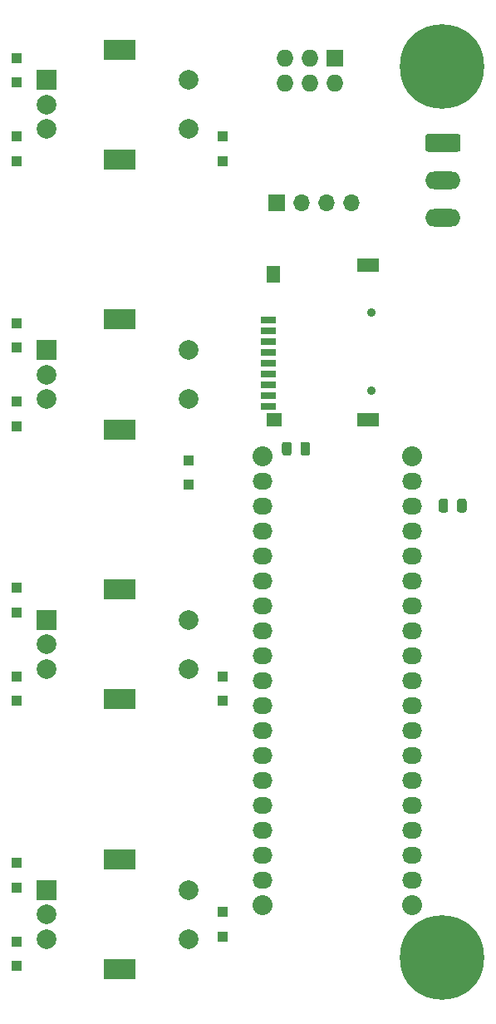
<source format=gbr>
%TF.GenerationSoftware,KiCad,Pcbnew,(5.1.6)-1*%
%TF.CreationDate,2020-07-26T07:53:42+08:00*%
%TF.ProjectId,rot-kb,726f742d-6b62-42e6-9b69-6361645f7063,rev?*%
%TF.SameCoordinates,Original*%
%TF.FileFunction,Soldermask,Top*%
%TF.FilePolarity,Negative*%
%FSLAX46Y46*%
G04 Gerber Fmt 4.6, Leading zero omitted, Abs format (unit mm)*
G04 Created by KiCad (PCBNEW (5.1.6)-1) date 2020-07-26 07:53:42*
%MOMM*%
%LPD*%
G01*
G04 APERTURE LIST*
%ADD10R,1.000000X1.000000*%
%ADD11O,3.600000X1.800000*%
%ADD12R,2.000000X2.000000*%
%ADD13C,2.000000*%
%ADD14R,3.200000X2.000000*%
%ADD15C,0.900000*%
%ADD16C,8.600000*%
%ADD17R,2.200000X1.400000*%
%ADD18R,1.400000X1.800000*%
%ADD19R,1.600000X1.400000*%
%ADD20R,1.600000X0.700000*%
%ADD21O,1.700000X1.700000*%
%ADD22R,1.700000X1.700000*%
%ADD23O,1.727200X1.727200*%
%ADD24R,1.727200X1.727200*%
%ADD25O,2.032000X1.727200*%
%ADD26C,2.032000*%
G04 APERTURE END LIST*
D10*
%TO.C,D12*%
X133000000Y-114750000D03*
X133000000Y-117250000D03*
%TD*%
%TO.C,D11*%
X133000000Y-38250000D03*
X133000000Y-35750000D03*
%TD*%
%TO.C,D10*%
X133000000Y-93250000D03*
X133000000Y-90750000D03*
%TD*%
%TO.C,D9*%
X129500000Y-71250000D03*
X129500000Y-68750000D03*
%TD*%
%TO.C,D8*%
X112000000Y-120250000D03*
X112000000Y-117750000D03*
%TD*%
%TO.C,D7*%
X112000000Y-109750000D03*
X112000000Y-112250000D03*
%TD*%
%TO.C,D6*%
X112000000Y-38250000D03*
X112000000Y-35750000D03*
%TD*%
%TO.C,D5*%
X112000000Y-27750000D03*
X112000000Y-30250000D03*
%TD*%
%TO.C,D4*%
X112000000Y-93250000D03*
X112000000Y-90750000D03*
%TD*%
%TO.C,D3*%
X112000000Y-81750000D03*
X112000000Y-84250000D03*
%TD*%
%TO.C,D2*%
X112000000Y-65250000D03*
X112000000Y-62750000D03*
%TD*%
%TO.C,D1*%
X112000000Y-54750000D03*
X112000000Y-57250000D03*
%TD*%
%TO.C,C1*%
G36*
G01*
X140912000Y-68020250D02*
X140912000Y-67107750D01*
G75*
G02*
X141155750Y-66864000I243750J0D01*
G01*
X141643250Y-66864000D01*
G75*
G02*
X141887000Y-67107750I0J-243750D01*
G01*
X141887000Y-68020250D01*
G75*
G02*
X141643250Y-68264000I-243750J0D01*
G01*
X141155750Y-68264000D01*
G75*
G02*
X140912000Y-68020250I0J243750D01*
G01*
G37*
G36*
G01*
X139037000Y-68020250D02*
X139037000Y-67107750D01*
G75*
G02*
X139280750Y-66864000I243750J0D01*
G01*
X139768250Y-66864000D01*
G75*
G02*
X140012000Y-67107750I0J-243750D01*
G01*
X140012000Y-68020250D01*
G75*
G02*
X139768250Y-68264000I-243750J0D01*
G01*
X139280750Y-68264000D01*
G75*
G02*
X139037000Y-68020250I0J243750D01*
G01*
G37*
%TD*%
D11*
%TO.C,J3*%
X155430000Y-44030000D03*
X155430000Y-40220000D03*
G36*
G01*
X153880000Y-35510000D02*
X156980000Y-35510000D01*
G75*
G02*
X157230000Y-35760000I0J-250000D01*
G01*
X157230000Y-37060000D01*
G75*
G02*
X156980000Y-37310000I-250000J0D01*
G01*
X153880000Y-37310000D01*
G75*
G02*
X153630000Y-37060000I0J250000D01*
G01*
X153630000Y-35760000D01*
G75*
G02*
X153880000Y-35510000I250000J0D01*
G01*
G37*
%TD*%
D12*
%TO.C,SW4*%
X115000000Y-30000000D03*
D13*
X115000000Y-32500000D03*
X115000000Y-35000000D03*
D14*
X122500000Y-26900000D03*
X122500000Y-38100000D03*
D13*
X129500000Y-30000000D03*
X129500000Y-35000000D03*
%TD*%
D12*
%TO.C,SW3*%
X115000000Y-85000000D03*
D13*
X115000000Y-87500000D03*
X115000000Y-90000000D03*
D14*
X122500000Y-81900000D03*
X122500000Y-93100000D03*
D13*
X129500000Y-85000000D03*
X129500000Y-90000000D03*
%TD*%
D12*
%TO.C,SW2*%
X115000000Y-57500000D03*
D13*
X115000000Y-60000000D03*
X115000000Y-62500000D03*
D14*
X122500000Y-54400000D03*
X122500000Y-65600000D03*
D13*
X129500000Y-57500000D03*
X129500000Y-62500000D03*
%TD*%
D15*
%TO.C,H2*%
X157620419Y-117099581D03*
X155340000Y-116155000D03*
X153059581Y-117099581D03*
X152115000Y-119380000D03*
X153059581Y-121660419D03*
X155340000Y-122605000D03*
X157620419Y-121660419D03*
X158565000Y-119380000D03*
D16*
X155340000Y-119380000D03*
%TD*%
D15*
%TO.C,H1*%
X157620419Y-26339581D03*
X155340000Y-25395000D03*
X153059581Y-26339581D03*
X152115000Y-28620000D03*
X153059581Y-30900419D03*
X155340000Y-31845000D03*
X157620419Y-30900419D03*
X158565000Y-28620000D03*
D16*
X155340000Y-28620000D03*
%TD*%
D12*
%TO.C,SW1*%
X115000000Y-112500000D03*
D13*
X115000000Y-115000000D03*
X115000000Y-117500000D03*
D14*
X122500000Y-109400000D03*
X122500000Y-120600000D03*
D13*
X129500000Y-112500000D03*
X129500000Y-117500000D03*
%TD*%
%TO.C,R1*%
G36*
G01*
X155970000Y-72903750D02*
X155970000Y-73816250D01*
G75*
G02*
X155726250Y-74060000I-243750J0D01*
G01*
X155238750Y-74060000D01*
G75*
G02*
X154995000Y-73816250I0J243750D01*
G01*
X154995000Y-72903750D01*
G75*
G02*
X155238750Y-72660000I243750J0D01*
G01*
X155726250Y-72660000D01*
G75*
G02*
X155970000Y-72903750I0J-243750D01*
G01*
G37*
G36*
G01*
X157845000Y-72903750D02*
X157845000Y-73816250D01*
G75*
G02*
X157601250Y-74060000I-243750J0D01*
G01*
X157113750Y-74060000D01*
G75*
G02*
X156870000Y-73816250I0J243750D01*
G01*
X156870000Y-72903750D01*
G75*
G02*
X157113750Y-72660000I243750J0D01*
G01*
X157601250Y-72660000D01*
G75*
G02*
X157845000Y-72903750I0J-243750D01*
G01*
G37*
%TD*%
D15*
%TO.C,P7*%
X148170000Y-53680000D03*
X148170000Y-61680000D03*
D17*
X147770000Y-48880000D03*
D18*
X138170000Y-49780000D03*
D17*
X147770000Y-64580000D03*
D19*
X138270000Y-64580000D03*
D20*
X137670000Y-63280000D03*
X137670000Y-62180000D03*
X137670000Y-61080000D03*
X137670000Y-59980000D03*
X137670000Y-58880000D03*
X137670000Y-57780000D03*
X137670000Y-56680000D03*
X137670000Y-55580000D03*
X137670000Y-54480000D03*
%TD*%
D21*
%TO.C,J2*%
X146120000Y-42500000D03*
X143580000Y-42500000D03*
X141040000Y-42500000D03*
D22*
X138500000Y-42500000D03*
%TD*%
D23*
%TO.C,J1*%
X139370000Y-30310000D03*
X139370000Y-27770000D03*
X141910000Y-30310000D03*
X141910000Y-27770000D03*
X144450000Y-30310000D03*
D24*
X144450000Y-27770000D03*
%TD*%
D25*
%TO.C,P1*%
X137033000Y-70866000D03*
X137033000Y-73406000D03*
X137033000Y-75946000D03*
X137033000Y-78486000D03*
X137033000Y-81026000D03*
X137033000Y-83566000D03*
X137033000Y-86106000D03*
X137033000Y-88646000D03*
X137033000Y-91186000D03*
X137033000Y-93726000D03*
X137033000Y-96266000D03*
X137033000Y-98806000D03*
X137033000Y-101346000D03*
X137033000Y-103886000D03*
X137033000Y-106426000D03*
X137033000Y-108966000D03*
X137033000Y-111506000D03*
%TD*%
%TO.C,P2*%
X152273000Y-70866000D03*
X152273000Y-73406000D03*
X152273000Y-75946000D03*
X152273000Y-78486000D03*
X152273000Y-81026000D03*
X152273000Y-83566000D03*
X152273000Y-86106000D03*
X152273000Y-88646000D03*
X152273000Y-91186000D03*
X152273000Y-93726000D03*
X152273000Y-96266000D03*
X152273000Y-98806000D03*
X152273000Y-101346000D03*
X152273000Y-103886000D03*
X152273000Y-106426000D03*
X152273000Y-108966000D03*
X152273000Y-111506000D03*
%TD*%
D26*
%TO.C,P3*%
X137033000Y-68326000D03*
%TD*%
%TO.C,P4*%
X137033000Y-114046000D03*
%TD*%
%TO.C,P5*%
X152273000Y-114046000D03*
%TD*%
%TO.C,P6*%
X152273000Y-68326000D03*
%TD*%
M02*

</source>
